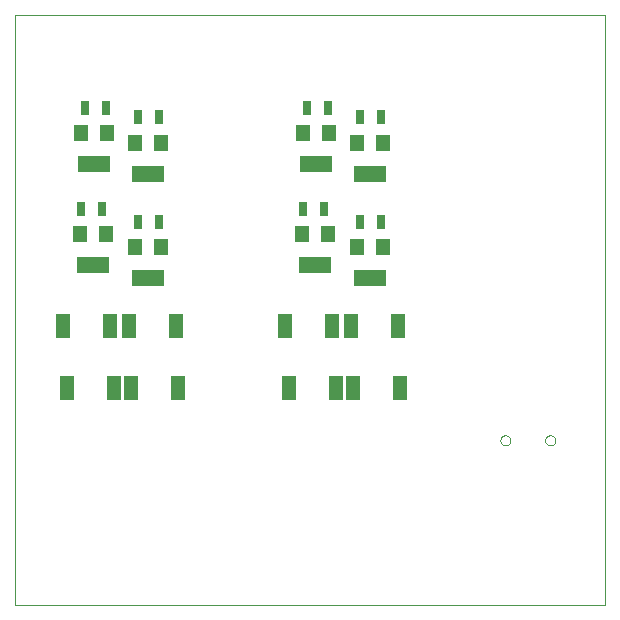
<source format=gbp>
G75*
%MOIN*%
%OFA0B0*%
%FSLAX24Y24*%
%IPPOS*%
%LPD*%
%AMOC8*
5,1,8,0,0,1.08239X$1,22.5*
%
%ADD10C,0.0000*%
%ADD11R,0.1102X0.0551*%
%ADD12R,0.0472X0.0551*%
%ADD13R,0.0500X0.0827*%
%ADD14R,0.0315X0.0472*%
%ADD15C,0.0000*%
D10*
X030992Y033994D02*
X030992Y053680D01*
X050677Y053680D01*
X050677Y033994D01*
X030992Y033994D01*
D11*
X033592Y045345D03*
X035442Y044914D03*
X035442Y048364D03*
X033642Y048714D03*
X041042Y048714D03*
X040992Y045345D03*
X042842Y044914D03*
X042842Y048364D03*
D12*
X042409Y049387D03*
X043275Y049387D03*
X043275Y045937D03*
X042409Y045937D03*
X041425Y046369D03*
X040559Y046369D03*
X040609Y049737D03*
X041475Y049737D03*
X035875Y049387D03*
X035009Y049387D03*
X034075Y049737D03*
X033209Y049737D03*
X033159Y046369D03*
X034025Y046369D03*
X035009Y045937D03*
X035875Y045937D03*
D13*
X036353Y043294D03*
X036434Y041244D03*
X034875Y041244D03*
X034291Y041244D03*
X034159Y043294D03*
X034794Y043294D03*
X032600Y043294D03*
X032731Y041244D03*
X040000Y043294D03*
X040131Y041244D03*
X041559Y043294D03*
X042194Y043294D03*
X042275Y041244D03*
X041691Y041244D03*
X043834Y041244D03*
X043753Y043294D03*
D14*
X043196Y046776D03*
X042488Y046776D03*
X041296Y047201D03*
X040588Y047201D03*
X040738Y050576D03*
X041446Y050576D03*
X042488Y050276D03*
X043196Y050276D03*
X035796Y050276D03*
X035088Y050276D03*
X034046Y050576D03*
X033338Y050576D03*
X033188Y047201D03*
X033896Y047201D03*
X035088Y046776D03*
X035796Y046776D03*
D15*
X047177Y039489D02*
X047179Y039514D01*
X047185Y039539D01*
X047194Y039563D01*
X047207Y039585D01*
X047224Y039605D01*
X047243Y039622D01*
X047264Y039636D01*
X047288Y039646D01*
X047312Y039653D01*
X047338Y039656D01*
X047363Y039655D01*
X047388Y039650D01*
X047412Y039641D01*
X047435Y039629D01*
X047455Y039614D01*
X047473Y039595D01*
X047488Y039574D01*
X047499Y039551D01*
X047507Y039527D01*
X047511Y039502D01*
X047511Y039476D01*
X047507Y039451D01*
X047499Y039427D01*
X047488Y039404D01*
X047473Y039383D01*
X047455Y039364D01*
X047435Y039349D01*
X047412Y039337D01*
X047388Y039328D01*
X047363Y039323D01*
X047338Y039322D01*
X047312Y039325D01*
X047288Y039332D01*
X047264Y039342D01*
X047243Y039356D01*
X047224Y039373D01*
X047207Y039393D01*
X047194Y039415D01*
X047185Y039439D01*
X047179Y039464D01*
X047177Y039489D01*
X048673Y039489D02*
X048675Y039514D01*
X048681Y039539D01*
X048690Y039563D01*
X048703Y039585D01*
X048720Y039605D01*
X048739Y039622D01*
X048760Y039636D01*
X048784Y039646D01*
X048808Y039653D01*
X048834Y039656D01*
X048859Y039655D01*
X048884Y039650D01*
X048908Y039641D01*
X048931Y039629D01*
X048951Y039614D01*
X048969Y039595D01*
X048984Y039574D01*
X048995Y039551D01*
X049003Y039527D01*
X049007Y039502D01*
X049007Y039476D01*
X049003Y039451D01*
X048995Y039427D01*
X048984Y039404D01*
X048969Y039383D01*
X048951Y039364D01*
X048931Y039349D01*
X048908Y039337D01*
X048884Y039328D01*
X048859Y039323D01*
X048834Y039322D01*
X048808Y039325D01*
X048784Y039332D01*
X048760Y039342D01*
X048739Y039356D01*
X048720Y039373D01*
X048703Y039393D01*
X048690Y039415D01*
X048681Y039439D01*
X048675Y039464D01*
X048673Y039489D01*
M02*

</source>
